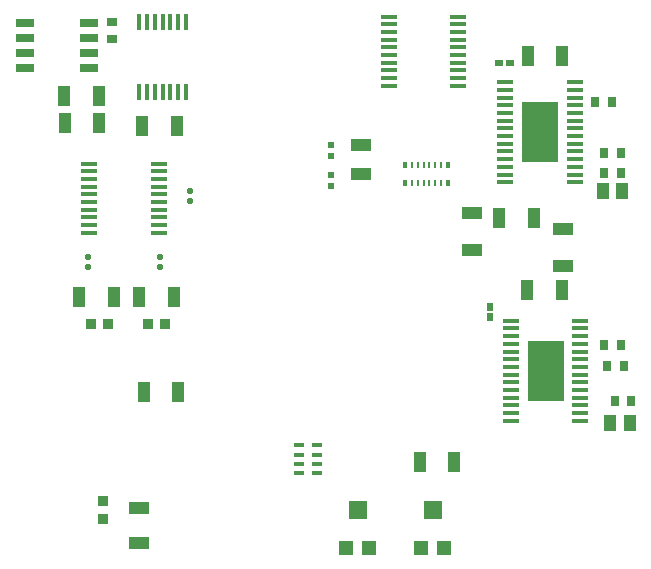
<source format=gbr>
G04 EAGLE Gerber RS-274X export*
G75*
%MOMM*%
%FSLAX34Y34*%
%LPD*%
%INtCream*%
%IPPOS*%
%AMOC8*
5,1,8,0,0,1.08239X$1,22.5*%
G01*
%ADD10C,0.286200*%
%ADD11R,0.730000X0.940000*%
%ADD12R,0.620000X0.650000*%
%ADD13R,1.020000X1.470000*%
%ADD14R,0.650000X0.620000*%
%ADD15R,0.940000X0.730000*%
%ADD16R,0.620000X0.560000*%
%ADD17R,0.450000X1.475000*%
%ADD18R,1.475000X0.450000*%
%ADD19R,3.100000X5.180000*%
%ADD20R,1.525000X0.700000*%
%ADD21R,0.950000X0.950000*%
%ADD22R,1.100000X1.750000*%
%ADD23R,1.800000X1.050000*%
%ADD24R,1.050000X1.750000*%
%ADD25R,1.050000X1.800000*%
%ADD26R,1.800000X1.000000*%
%ADD27R,1.200000X1.200000*%
%ADD28R,1.600000X1.500000*%
%ADD29R,0.425000X0.500000*%
%ADD30R,0.250000X0.500000*%
%ADD31R,0.900000X0.400000*%


D10*
X69551Y271289D02*
X72689Y271289D01*
X72689Y268751D01*
X69551Y268751D01*
X69551Y271289D01*
X69551Y279889D02*
X72689Y279889D01*
X72689Y277351D01*
X69551Y277351D01*
X69551Y279889D01*
D11*
X515100Y408940D03*
X500900Y408940D03*
D12*
X411480Y235540D03*
X411480Y226740D03*
D13*
X523720Y334010D03*
X507520Y334010D03*
D11*
X508520Y349250D03*
X522720Y349250D03*
X522720Y203200D03*
X508520Y203200D03*
X522720Y365760D03*
X508520Y365760D03*
D14*
X419780Y441960D03*
X428580Y441960D03*
D15*
X91440Y462800D03*
X91440Y477000D03*
D10*
X130511Y277351D02*
X133649Y277351D01*
X130511Y277351D02*
X130511Y279889D01*
X133649Y279889D01*
X133649Y277351D01*
X133649Y268751D02*
X130511Y268751D01*
X130511Y271289D01*
X133649Y271289D01*
X133649Y268751D01*
D16*
X276860Y363500D03*
X276860Y373100D03*
X276860Y338100D03*
X276860Y347700D03*
D10*
X159049Y327169D02*
X155911Y327169D01*
X159049Y327169D02*
X159049Y324631D01*
X155911Y324631D01*
X155911Y327169D01*
X155911Y335769D02*
X159049Y335769D01*
X159049Y333231D01*
X155911Y333231D01*
X155911Y335769D01*
D13*
X530070Y137160D03*
X513870Y137160D03*
D11*
X517410Y156210D03*
X531610Y156210D03*
X525260Y185420D03*
X511060Y185420D03*
D17*
X115120Y418055D03*
X121620Y418055D03*
X128120Y418055D03*
X134620Y418055D03*
X141120Y418055D03*
X147620Y418055D03*
X154120Y418055D03*
X154120Y476815D03*
X147620Y476815D03*
X141120Y476815D03*
X134620Y476815D03*
X128120Y476815D03*
X121620Y476815D03*
X115120Y476815D03*
D18*
X72615Y356910D03*
X72615Y350410D03*
X72615Y343910D03*
X72615Y337410D03*
X72615Y330910D03*
X72615Y324410D03*
X72615Y317910D03*
X72615Y311410D03*
X72615Y304910D03*
X72615Y298410D03*
X131375Y298410D03*
X131375Y304910D03*
X131375Y311410D03*
X131375Y317910D03*
X131375Y324410D03*
X131375Y330910D03*
X131375Y337410D03*
X131375Y343910D03*
X131375Y350410D03*
X131375Y356910D03*
X326220Y481370D03*
X326220Y474870D03*
X326220Y468370D03*
X326220Y461870D03*
X326220Y455370D03*
X326220Y448870D03*
X326220Y442370D03*
X326220Y435870D03*
X326220Y429370D03*
X326220Y422870D03*
X384980Y422870D03*
X384980Y429370D03*
X384980Y435870D03*
X384980Y442370D03*
X384980Y448870D03*
X384980Y455370D03*
X384980Y461870D03*
X384980Y468370D03*
X384980Y474870D03*
X384980Y481370D03*
X488505Y139410D03*
X488505Y145910D03*
X488505Y152410D03*
X488505Y158910D03*
X488505Y165410D03*
X488505Y171910D03*
X488505Y178410D03*
X488505Y184910D03*
X488505Y191410D03*
X488505Y197910D03*
X488505Y204410D03*
X488505Y210910D03*
X488505Y217410D03*
X488505Y223910D03*
X429745Y223910D03*
X429745Y217410D03*
X429745Y210910D03*
X429745Y204410D03*
X429745Y197910D03*
X429745Y191410D03*
X429745Y184910D03*
X429745Y178410D03*
X429745Y171910D03*
X429745Y165410D03*
X429745Y158910D03*
X429745Y152410D03*
X429745Y145910D03*
X429745Y139410D03*
D19*
X459125Y181660D03*
D18*
X483729Y341290D03*
X483729Y347790D03*
X483729Y354290D03*
X483729Y360790D03*
X483729Y367290D03*
X483729Y373790D03*
X483729Y380290D03*
X483729Y386790D03*
X483729Y393290D03*
X483729Y399790D03*
X483729Y406290D03*
X483729Y412790D03*
X483729Y419290D03*
X483729Y425790D03*
X424969Y425790D03*
X424969Y419290D03*
X424969Y412790D03*
X424969Y406290D03*
X424969Y399790D03*
X424969Y393290D03*
X424969Y386790D03*
X424969Y380290D03*
X424969Y373790D03*
X424969Y367290D03*
X424969Y360790D03*
X424969Y354290D03*
X424969Y347790D03*
X424969Y341290D03*
D19*
X454349Y383540D03*
D20*
X17785Y476250D03*
X17785Y463550D03*
X17785Y450850D03*
X17785Y438150D03*
X72025Y438150D03*
X72025Y450850D03*
X72025Y463550D03*
X72025Y476250D03*
D21*
X83820Y56000D03*
X83820Y71000D03*
X88780Y220980D03*
X73780Y220980D03*
X137040Y220980D03*
X122040Y220980D03*
D22*
X443634Y249966D03*
X472634Y249966D03*
X352530Y104140D03*
X381530Y104140D03*
D23*
X396240Y315220D03*
X396240Y284220D03*
D22*
X443970Y448310D03*
X472970Y448310D03*
X419840Y311150D03*
X448840Y311150D03*
D24*
X51844Y391160D03*
X80844Y391160D03*
D25*
X117080Y388620D03*
X147080Y388620D03*
X81040Y414020D03*
X51040Y414020D03*
D24*
X118850Y163830D03*
X147850Y163830D03*
D25*
X63740Y243840D03*
X93740Y243840D03*
X114540Y243840D03*
X144540Y243840D03*
D23*
X114300Y35800D03*
X114300Y65800D03*
X473710Y270250D03*
X473710Y301250D03*
D26*
X302260Y373180D03*
X302260Y348180D03*
D27*
X289720Y31260D03*
D28*
X299720Y63760D03*
D27*
X309720Y31260D03*
X353220Y31260D03*
D28*
X363220Y63760D03*
D27*
X373220Y31260D03*
D29*
X339770Y340480D03*
D30*
X345640Y340480D03*
X350640Y340480D03*
X355640Y340480D03*
X360640Y340480D03*
X365640Y340480D03*
X370640Y340480D03*
D29*
X376510Y340480D03*
X376510Y355480D03*
D30*
X370640Y355480D03*
X365640Y355480D03*
X360640Y355480D03*
X355640Y355480D03*
X350640Y355480D03*
X345640Y355480D03*
D29*
X339770Y355480D03*
D31*
X249810Y118680D03*
X265810Y118680D03*
X249810Y110680D03*
X265810Y110680D03*
X249810Y102680D03*
X265810Y102680D03*
X249810Y94680D03*
X265810Y94680D03*
M02*

</source>
